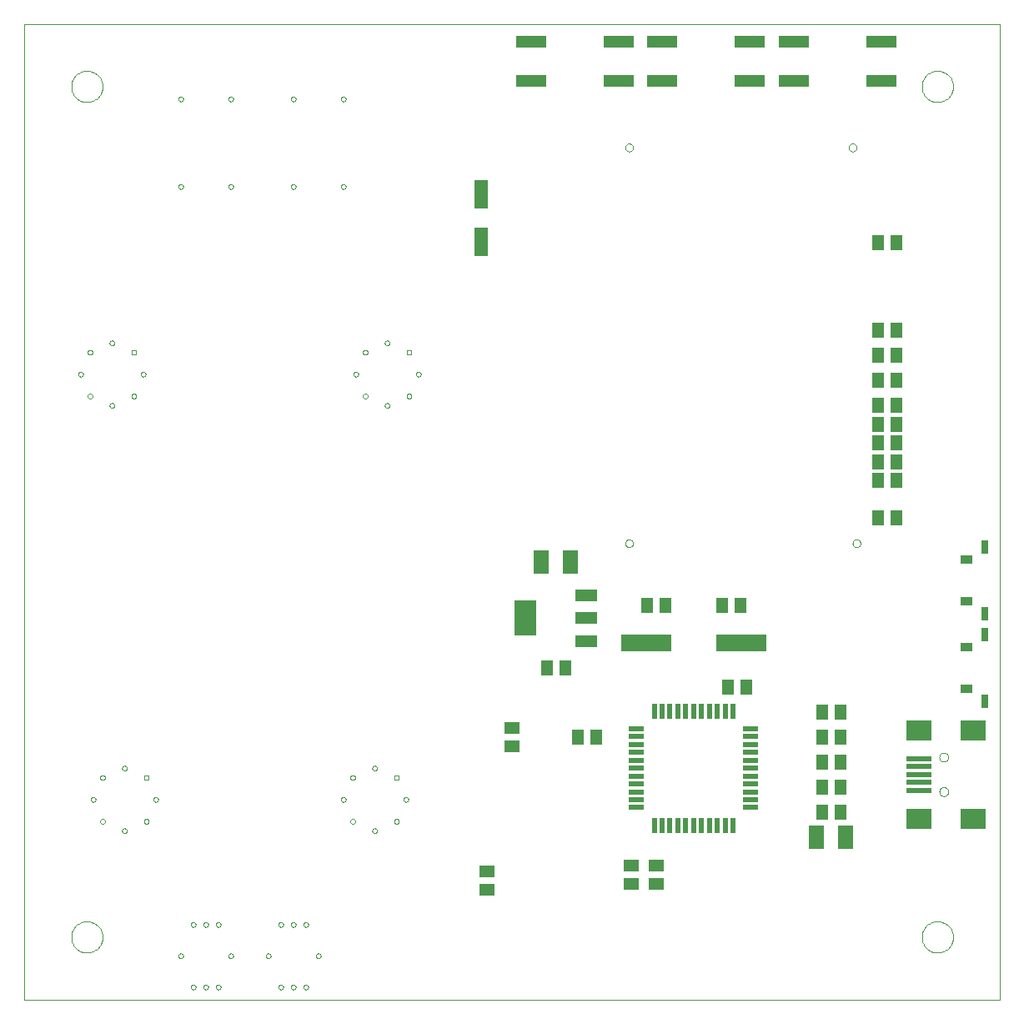
<source format=gtp>
G75*
G70*
%OFA0B0*%
%FSLAX24Y24*%
%IPPOS*%
%LPD*%
%AMOC8*
5,1,8,0,0,1.08239X$1,22.5*
%
%ADD10C,0.0000*%
%ADD11R,0.0591X0.0197*%
%ADD12R,0.0197X0.0591*%
%ADD13R,0.0984X0.0197*%
%ADD14R,0.0984X0.0787*%
%ADD15R,0.0512X0.0591*%
%ADD16R,0.0630X0.0945*%
%ADD17R,0.0591X0.0512*%
%ADD18R,0.2000X0.0700*%
%ADD19R,0.0551X0.1181*%
%ADD20R,0.0880X0.0480*%
%ADD21R,0.0866X0.1417*%
%ADD22R,0.0310X0.0570*%
%ADD23R,0.0500X0.0350*%
%ADD24R,0.1220X0.0472*%
D10*
X000504Y000161D02*
X000504Y039161D01*
X039504Y039161D01*
X039504Y000161D01*
X000504Y000161D01*
X002379Y002661D02*
X002381Y002711D01*
X002387Y002760D01*
X002397Y002809D01*
X002410Y002856D01*
X002428Y002903D01*
X002449Y002948D01*
X002473Y002991D01*
X002501Y003032D01*
X002532Y003071D01*
X002566Y003107D01*
X002603Y003141D01*
X002643Y003171D01*
X002684Y003198D01*
X002728Y003222D01*
X002773Y003242D01*
X002820Y003258D01*
X002868Y003271D01*
X002917Y003280D01*
X002967Y003285D01*
X003016Y003286D01*
X003066Y003283D01*
X003115Y003276D01*
X003164Y003265D01*
X003211Y003251D01*
X003257Y003232D01*
X003302Y003210D01*
X003345Y003185D01*
X003385Y003156D01*
X003423Y003124D01*
X003459Y003090D01*
X003492Y003052D01*
X003521Y003012D01*
X003547Y002970D01*
X003570Y002926D01*
X003589Y002880D01*
X003605Y002833D01*
X003617Y002784D01*
X003625Y002735D01*
X003629Y002686D01*
X003629Y002636D01*
X003625Y002587D01*
X003617Y002538D01*
X003605Y002489D01*
X003589Y002442D01*
X003570Y002396D01*
X003547Y002352D01*
X003521Y002310D01*
X003492Y002270D01*
X003459Y002232D01*
X003423Y002198D01*
X003385Y002166D01*
X003345Y002137D01*
X003302Y002112D01*
X003257Y002090D01*
X003211Y002071D01*
X003164Y002057D01*
X003115Y002046D01*
X003066Y002039D01*
X003016Y002036D01*
X002967Y002037D01*
X002917Y002042D01*
X002868Y002051D01*
X002820Y002064D01*
X002773Y002080D01*
X002728Y002100D01*
X002684Y002124D01*
X002643Y002151D01*
X002603Y002181D01*
X002566Y002215D01*
X002532Y002251D01*
X002501Y002290D01*
X002473Y002331D01*
X002449Y002374D01*
X002428Y002419D01*
X002410Y002466D01*
X002397Y002513D01*
X002387Y002562D01*
X002381Y002611D01*
X002379Y002661D01*
X004406Y006911D02*
X004408Y006930D01*
X004413Y006949D01*
X004423Y006965D01*
X004435Y006980D01*
X004450Y006992D01*
X004466Y007002D01*
X004485Y007007D01*
X004504Y007009D01*
X004523Y007007D01*
X004542Y007002D01*
X004558Y006992D01*
X004573Y006980D01*
X004585Y006965D01*
X004595Y006949D01*
X004600Y006930D01*
X004602Y006911D01*
X004600Y006892D01*
X004595Y006873D01*
X004585Y006857D01*
X004573Y006842D01*
X004558Y006830D01*
X004542Y006820D01*
X004523Y006815D01*
X004504Y006813D01*
X004485Y006815D01*
X004466Y006820D01*
X004450Y006830D01*
X004435Y006842D01*
X004423Y006857D01*
X004413Y006873D01*
X004408Y006892D01*
X004406Y006911D01*
X003531Y007286D02*
X003533Y007305D01*
X003538Y007324D01*
X003548Y007340D01*
X003560Y007355D01*
X003575Y007367D01*
X003591Y007377D01*
X003610Y007382D01*
X003629Y007384D01*
X003648Y007382D01*
X003667Y007377D01*
X003683Y007367D01*
X003698Y007355D01*
X003710Y007340D01*
X003720Y007324D01*
X003725Y007305D01*
X003727Y007286D01*
X003725Y007267D01*
X003720Y007248D01*
X003710Y007232D01*
X003698Y007217D01*
X003683Y007205D01*
X003667Y007195D01*
X003648Y007190D01*
X003629Y007188D01*
X003610Y007190D01*
X003591Y007195D01*
X003575Y007205D01*
X003560Y007217D01*
X003548Y007232D01*
X003538Y007248D01*
X003533Y007267D01*
X003531Y007286D01*
X003156Y008161D02*
X003158Y008180D01*
X003163Y008199D01*
X003173Y008215D01*
X003185Y008230D01*
X003200Y008242D01*
X003216Y008252D01*
X003235Y008257D01*
X003254Y008259D01*
X003273Y008257D01*
X003292Y008252D01*
X003308Y008242D01*
X003323Y008230D01*
X003335Y008215D01*
X003345Y008199D01*
X003350Y008180D01*
X003352Y008161D01*
X003350Y008142D01*
X003345Y008123D01*
X003335Y008107D01*
X003323Y008092D01*
X003308Y008080D01*
X003292Y008070D01*
X003273Y008065D01*
X003254Y008063D01*
X003235Y008065D01*
X003216Y008070D01*
X003200Y008080D01*
X003185Y008092D01*
X003173Y008107D01*
X003163Y008123D01*
X003158Y008142D01*
X003156Y008161D01*
X003531Y009036D02*
X003533Y009055D01*
X003538Y009074D01*
X003548Y009090D01*
X003560Y009105D01*
X003575Y009117D01*
X003591Y009127D01*
X003610Y009132D01*
X003629Y009134D01*
X003648Y009132D01*
X003667Y009127D01*
X003683Y009117D01*
X003698Y009105D01*
X003710Y009090D01*
X003720Y009074D01*
X003725Y009055D01*
X003727Y009036D01*
X003725Y009017D01*
X003720Y008998D01*
X003710Y008982D01*
X003698Y008967D01*
X003683Y008955D01*
X003667Y008945D01*
X003648Y008940D01*
X003629Y008938D01*
X003610Y008940D01*
X003591Y008945D01*
X003575Y008955D01*
X003560Y008967D01*
X003548Y008982D01*
X003538Y008998D01*
X003533Y009017D01*
X003531Y009036D01*
X004406Y009411D02*
X004408Y009430D01*
X004413Y009449D01*
X004423Y009465D01*
X004435Y009480D01*
X004450Y009492D01*
X004466Y009502D01*
X004485Y009507D01*
X004504Y009509D01*
X004523Y009507D01*
X004542Y009502D01*
X004558Y009492D01*
X004573Y009480D01*
X004585Y009465D01*
X004595Y009449D01*
X004600Y009430D01*
X004602Y009411D01*
X004600Y009392D01*
X004595Y009373D01*
X004585Y009357D01*
X004573Y009342D01*
X004558Y009330D01*
X004542Y009320D01*
X004523Y009315D01*
X004504Y009313D01*
X004485Y009315D01*
X004466Y009320D01*
X004450Y009330D01*
X004435Y009342D01*
X004423Y009357D01*
X004413Y009373D01*
X004408Y009392D01*
X004406Y009411D01*
X005281Y009036D02*
X005283Y009055D01*
X005288Y009074D01*
X005298Y009090D01*
X005310Y009105D01*
X005325Y009117D01*
X005341Y009127D01*
X005360Y009132D01*
X005379Y009134D01*
X005398Y009132D01*
X005417Y009127D01*
X005433Y009117D01*
X005448Y009105D01*
X005460Y009090D01*
X005470Y009074D01*
X005475Y009055D01*
X005477Y009036D01*
X005475Y009017D01*
X005470Y008998D01*
X005460Y008982D01*
X005448Y008967D01*
X005433Y008955D01*
X005417Y008945D01*
X005398Y008940D01*
X005379Y008938D01*
X005360Y008940D01*
X005341Y008945D01*
X005325Y008955D01*
X005310Y008967D01*
X005298Y008982D01*
X005288Y008998D01*
X005283Y009017D01*
X005281Y009036D01*
X005656Y008161D02*
X005658Y008180D01*
X005663Y008199D01*
X005673Y008215D01*
X005685Y008230D01*
X005700Y008242D01*
X005716Y008252D01*
X005735Y008257D01*
X005754Y008259D01*
X005773Y008257D01*
X005792Y008252D01*
X005808Y008242D01*
X005823Y008230D01*
X005835Y008215D01*
X005845Y008199D01*
X005850Y008180D01*
X005852Y008161D01*
X005850Y008142D01*
X005845Y008123D01*
X005835Y008107D01*
X005823Y008092D01*
X005808Y008080D01*
X005792Y008070D01*
X005773Y008065D01*
X005754Y008063D01*
X005735Y008065D01*
X005716Y008070D01*
X005700Y008080D01*
X005685Y008092D01*
X005673Y008107D01*
X005663Y008123D01*
X005658Y008142D01*
X005656Y008161D01*
X005281Y007286D02*
X005283Y007305D01*
X005288Y007324D01*
X005298Y007340D01*
X005310Y007355D01*
X005325Y007367D01*
X005341Y007377D01*
X005360Y007382D01*
X005379Y007384D01*
X005398Y007382D01*
X005417Y007377D01*
X005433Y007367D01*
X005448Y007355D01*
X005460Y007340D01*
X005470Y007324D01*
X005475Y007305D01*
X005477Y007286D01*
X005475Y007267D01*
X005470Y007248D01*
X005460Y007232D01*
X005448Y007217D01*
X005433Y007205D01*
X005417Y007195D01*
X005398Y007190D01*
X005379Y007188D01*
X005360Y007190D01*
X005341Y007195D01*
X005325Y007205D01*
X005310Y007217D01*
X005298Y007232D01*
X005288Y007248D01*
X005283Y007267D01*
X005281Y007286D01*
X007156Y003161D02*
X007158Y003180D01*
X007163Y003199D01*
X007173Y003215D01*
X007185Y003230D01*
X007200Y003242D01*
X007216Y003252D01*
X007235Y003257D01*
X007254Y003259D01*
X007273Y003257D01*
X007292Y003252D01*
X007308Y003242D01*
X007323Y003230D01*
X007335Y003215D01*
X007345Y003199D01*
X007350Y003180D01*
X007352Y003161D01*
X007350Y003142D01*
X007345Y003123D01*
X007335Y003107D01*
X007323Y003092D01*
X007308Y003080D01*
X007292Y003070D01*
X007273Y003065D01*
X007254Y003063D01*
X007235Y003065D01*
X007216Y003070D01*
X007200Y003080D01*
X007185Y003092D01*
X007173Y003107D01*
X007163Y003123D01*
X007158Y003142D01*
X007156Y003161D01*
X007656Y003161D02*
X007658Y003180D01*
X007663Y003199D01*
X007673Y003215D01*
X007685Y003230D01*
X007700Y003242D01*
X007716Y003252D01*
X007735Y003257D01*
X007754Y003259D01*
X007773Y003257D01*
X007792Y003252D01*
X007808Y003242D01*
X007823Y003230D01*
X007835Y003215D01*
X007845Y003199D01*
X007850Y003180D01*
X007852Y003161D01*
X007850Y003142D01*
X007845Y003123D01*
X007835Y003107D01*
X007823Y003092D01*
X007808Y003080D01*
X007792Y003070D01*
X007773Y003065D01*
X007754Y003063D01*
X007735Y003065D01*
X007716Y003070D01*
X007700Y003080D01*
X007685Y003092D01*
X007673Y003107D01*
X007663Y003123D01*
X007658Y003142D01*
X007656Y003161D01*
X008156Y003161D02*
X008158Y003180D01*
X008163Y003199D01*
X008173Y003215D01*
X008185Y003230D01*
X008200Y003242D01*
X008216Y003252D01*
X008235Y003257D01*
X008254Y003259D01*
X008273Y003257D01*
X008292Y003252D01*
X008308Y003242D01*
X008323Y003230D01*
X008335Y003215D01*
X008345Y003199D01*
X008350Y003180D01*
X008352Y003161D01*
X008350Y003142D01*
X008345Y003123D01*
X008335Y003107D01*
X008323Y003092D01*
X008308Y003080D01*
X008292Y003070D01*
X008273Y003065D01*
X008254Y003063D01*
X008235Y003065D01*
X008216Y003070D01*
X008200Y003080D01*
X008185Y003092D01*
X008173Y003107D01*
X008163Y003123D01*
X008158Y003142D01*
X008156Y003161D01*
X008656Y001911D02*
X008658Y001930D01*
X008663Y001949D01*
X008673Y001965D01*
X008685Y001980D01*
X008700Y001992D01*
X008716Y002002D01*
X008735Y002007D01*
X008754Y002009D01*
X008773Y002007D01*
X008792Y002002D01*
X008808Y001992D01*
X008823Y001980D01*
X008835Y001965D01*
X008845Y001949D01*
X008850Y001930D01*
X008852Y001911D01*
X008850Y001892D01*
X008845Y001873D01*
X008835Y001857D01*
X008823Y001842D01*
X008808Y001830D01*
X008792Y001820D01*
X008773Y001815D01*
X008754Y001813D01*
X008735Y001815D01*
X008716Y001820D01*
X008700Y001830D01*
X008685Y001842D01*
X008673Y001857D01*
X008663Y001873D01*
X008658Y001892D01*
X008656Y001911D01*
X008156Y000661D02*
X008158Y000680D01*
X008163Y000699D01*
X008173Y000715D01*
X008185Y000730D01*
X008200Y000742D01*
X008216Y000752D01*
X008235Y000757D01*
X008254Y000759D01*
X008273Y000757D01*
X008292Y000752D01*
X008308Y000742D01*
X008323Y000730D01*
X008335Y000715D01*
X008345Y000699D01*
X008350Y000680D01*
X008352Y000661D01*
X008350Y000642D01*
X008345Y000623D01*
X008335Y000607D01*
X008323Y000592D01*
X008308Y000580D01*
X008292Y000570D01*
X008273Y000565D01*
X008254Y000563D01*
X008235Y000565D01*
X008216Y000570D01*
X008200Y000580D01*
X008185Y000592D01*
X008173Y000607D01*
X008163Y000623D01*
X008158Y000642D01*
X008156Y000661D01*
X007656Y000661D02*
X007658Y000680D01*
X007663Y000699D01*
X007673Y000715D01*
X007685Y000730D01*
X007700Y000742D01*
X007716Y000752D01*
X007735Y000757D01*
X007754Y000759D01*
X007773Y000757D01*
X007792Y000752D01*
X007808Y000742D01*
X007823Y000730D01*
X007835Y000715D01*
X007845Y000699D01*
X007850Y000680D01*
X007852Y000661D01*
X007850Y000642D01*
X007845Y000623D01*
X007835Y000607D01*
X007823Y000592D01*
X007808Y000580D01*
X007792Y000570D01*
X007773Y000565D01*
X007754Y000563D01*
X007735Y000565D01*
X007716Y000570D01*
X007700Y000580D01*
X007685Y000592D01*
X007673Y000607D01*
X007663Y000623D01*
X007658Y000642D01*
X007656Y000661D01*
X007156Y000661D02*
X007158Y000680D01*
X007163Y000699D01*
X007173Y000715D01*
X007185Y000730D01*
X007200Y000742D01*
X007216Y000752D01*
X007235Y000757D01*
X007254Y000759D01*
X007273Y000757D01*
X007292Y000752D01*
X007308Y000742D01*
X007323Y000730D01*
X007335Y000715D01*
X007345Y000699D01*
X007350Y000680D01*
X007352Y000661D01*
X007350Y000642D01*
X007345Y000623D01*
X007335Y000607D01*
X007323Y000592D01*
X007308Y000580D01*
X007292Y000570D01*
X007273Y000565D01*
X007254Y000563D01*
X007235Y000565D01*
X007216Y000570D01*
X007200Y000580D01*
X007185Y000592D01*
X007173Y000607D01*
X007163Y000623D01*
X007158Y000642D01*
X007156Y000661D01*
X006656Y001911D02*
X006658Y001930D01*
X006663Y001949D01*
X006673Y001965D01*
X006685Y001980D01*
X006700Y001992D01*
X006716Y002002D01*
X006735Y002007D01*
X006754Y002009D01*
X006773Y002007D01*
X006792Y002002D01*
X006808Y001992D01*
X006823Y001980D01*
X006835Y001965D01*
X006845Y001949D01*
X006850Y001930D01*
X006852Y001911D01*
X006850Y001892D01*
X006845Y001873D01*
X006835Y001857D01*
X006823Y001842D01*
X006808Y001830D01*
X006792Y001820D01*
X006773Y001815D01*
X006754Y001813D01*
X006735Y001815D01*
X006716Y001820D01*
X006700Y001830D01*
X006685Y001842D01*
X006673Y001857D01*
X006663Y001873D01*
X006658Y001892D01*
X006656Y001911D01*
X010156Y001911D02*
X010158Y001930D01*
X010163Y001949D01*
X010173Y001965D01*
X010185Y001980D01*
X010200Y001992D01*
X010216Y002002D01*
X010235Y002007D01*
X010254Y002009D01*
X010273Y002007D01*
X010292Y002002D01*
X010308Y001992D01*
X010323Y001980D01*
X010335Y001965D01*
X010345Y001949D01*
X010350Y001930D01*
X010352Y001911D01*
X010350Y001892D01*
X010345Y001873D01*
X010335Y001857D01*
X010323Y001842D01*
X010308Y001830D01*
X010292Y001820D01*
X010273Y001815D01*
X010254Y001813D01*
X010235Y001815D01*
X010216Y001820D01*
X010200Y001830D01*
X010185Y001842D01*
X010173Y001857D01*
X010163Y001873D01*
X010158Y001892D01*
X010156Y001911D01*
X010656Y000661D02*
X010658Y000680D01*
X010663Y000699D01*
X010673Y000715D01*
X010685Y000730D01*
X010700Y000742D01*
X010716Y000752D01*
X010735Y000757D01*
X010754Y000759D01*
X010773Y000757D01*
X010792Y000752D01*
X010808Y000742D01*
X010823Y000730D01*
X010835Y000715D01*
X010845Y000699D01*
X010850Y000680D01*
X010852Y000661D01*
X010850Y000642D01*
X010845Y000623D01*
X010835Y000607D01*
X010823Y000592D01*
X010808Y000580D01*
X010792Y000570D01*
X010773Y000565D01*
X010754Y000563D01*
X010735Y000565D01*
X010716Y000570D01*
X010700Y000580D01*
X010685Y000592D01*
X010673Y000607D01*
X010663Y000623D01*
X010658Y000642D01*
X010656Y000661D01*
X011156Y000661D02*
X011158Y000680D01*
X011163Y000699D01*
X011173Y000715D01*
X011185Y000730D01*
X011200Y000742D01*
X011216Y000752D01*
X011235Y000757D01*
X011254Y000759D01*
X011273Y000757D01*
X011292Y000752D01*
X011308Y000742D01*
X011323Y000730D01*
X011335Y000715D01*
X011345Y000699D01*
X011350Y000680D01*
X011352Y000661D01*
X011350Y000642D01*
X011345Y000623D01*
X011335Y000607D01*
X011323Y000592D01*
X011308Y000580D01*
X011292Y000570D01*
X011273Y000565D01*
X011254Y000563D01*
X011235Y000565D01*
X011216Y000570D01*
X011200Y000580D01*
X011185Y000592D01*
X011173Y000607D01*
X011163Y000623D01*
X011158Y000642D01*
X011156Y000661D01*
X011656Y000661D02*
X011658Y000680D01*
X011663Y000699D01*
X011673Y000715D01*
X011685Y000730D01*
X011700Y000742D01*
X011716Y000752D01*
X011735Y000757D01*
X011754Y000759D01*
X011773Y000757D01*
X011792Y000752D01*
X011808Y000742D01*
X011823Y000730D01*
X011835Y000715D01*
X011845Y000699D01*
X011850Y000680D01*
X011852Y000661D01*
X011850Y000642D01*
X011845Y000623D01*
X011835Y000607D01*
X011823Y000592D01*
X011808Y000580D01*
X011792Y000570D01*
X011773Y000565D01*
X011754Y000563D01*
X011735Y000565D01*
X011716Y000570D01*
X011700Y000580D01*
X011685Y000592D01*
X011673Y000607D01*
X011663Y000623D01*
X011658Y000642D01*
X011656Y000661D01*
X012156Y001911D02*
X012158Y001930D01*
X012163Y001949D01*
X012173Y001965D01*
X012185Y001980D01*
X012200Y001992D01*
X012216Y002002D01*
X012235Y002007D01*
X012254Y002009D01*
X012273Y002007D01*
X012292Y002002D01*
X012308Y001992D01*
X012323Y001980D01*
X012335Y001965D01*
X012345Y001949D01*
X012350Y001930D01*
X012352Y001911D01*
X012350Y001892D01*
X012345Y001873D01*
X012335Y001857D01*
X012323Y001842D01*
X012308Y001830D01*
X012292Y001820D01*
X012273Y001815D01*
X012254Y001813D01*
X012235Y001815D01*
X012216Y001820D01*
X012200Y001830D01*
X012185Y001842D01*
X012173Y001857D01*
X012163Y001873D01*
X012158Y001892D01*
X012156Y001911D01*
X011656Y003161D02*
X011658Y003180D01*
X011663Y003199D01*
X011673Y003215D01*
X011685Y003230D01*
X011700Y003242D01*
X011716Y003252D01*
X011735Y003257D01*
X011754Y003259D01*
X011773Y003257D01*
X011792Y003252D01*
X011808Y003242D01*
X011823Y003230D01*
X011835Y003215D01*
X011845Y003199D01*
X011850Y003180D01*
X011852Y003161D01*
X011850Y003142D01*
X011845Y003123D01*
X011835Y003107D01*
X011823Y003092D01*
X011808Y003080D01*
X011792Y003070D01*
X011773Y003065D01*
X011754Y003063D01*
X011735Y003065D01*
X011716Y003070D01*
X011700Y003080D01*
X011685Y003092D01*
X011673Y003107D01*
X011663Y003123D01*
X011658Y003142D01*
X011656Y003161D01*
X011156Y003161D02*
X011158Y003180D01*
X011163Y003199D01*
X011173Y003215D01*
X011185Y003230D01*
X011200Y003242D01*
X011216Y003252D01*
X011235Y003257D01*
X011254Y003259D01*
X011273Y003257D01*
X011292Y003252D01*
X011308Y003242D01*
X011323Y003230D01*
X011335Y003215D01*
X011345Y003199D01*
X011350Y003180D01*
X011352Y003161D01*
X011350Y003142D01*
X011345Y003123D01*
X011335Y003107D01*
X011323Y003092D01*
X011308Y003080D01*
X011292Y003070D01*
X011273Y003065D01*
X011254Y003063D01*
X011235Y003065D01*
X011216Y003070D01*
X011200Y003080D01*
X011185Y003092D01*
X011173Y003107D01*
X011163Y003123D01*
X011158Y003142D01*
X011156Y003161D01*
X010656Y003161D02*
X010658Y003180D01*
X010663Y003199D01*
X010673Y003215D01*
X010685Y003230D01*
X010700Y003242D01*
X010716Y003252D01*
X010735Y003257D01*
X010754Y003259D01*
X010773Y003257D01*
X010792Y003252D01*
X010808Y003242D01*
X010823Y003230D01*
X010835Y003215D01*
X010845Y003199D01*
X010850Y003180D01*
X010852Y003161D01*
X010850Y003142D01*
X010845Y003123D01*
X010835Y003107D01*
X010823Y003092D01*
X010808Y003080D01*
X010792Y003070D01*
X010773Y003065D01*
X010754Y003063D01*
X010735Y003065D01*
X010716Y003070D01*
X010700Y003080D01*
X010685Y003092D01*
X010673Y003107D01*
X010663Y003123D01*
X010658Y003142D01*
X010656Y003161D01*
X013531Y007286D02*
X013533Y007305D01*
X013538Y007324D01*
X013548Y007340D01*
X013560Y007355D01*
X013575Y007367D01*
X013591Y007377D01*
X013610Y007382D01*
X013629Y007384D01*
X013648Y007382D01*
X013667Y007377D01*
X013683Y007367D01*
X013698Y007355D01*
X013710Y007340D01*
X013720Y007324D01*
X013725Y007305D01*
X013727Y007286D01*
X013725Y007267D01*
X013720Y007248D01*
X013710Y007232D01*
X013698Y007217D01*
X013683Y007205D01*
X013667Y007195D01*
X013648Y007190D01*
X013629Y007188D01*
X013610Y007190D01*
X013591Y007195D01*
X013575Y007205D01*
X013560Y007217D01*
X013548Y007232D01*
X013538Y007248D01*
X013533Y007267D01*
X013531Y007286D01*
X013156Y008161D02*
X013158Y008180D01*
X013163Y008199D01*
X013173Y008215D01*
X013185Y008230D01*
X013200Y008242D01*
X013216Y008252D01*
X013235Y008257D01*
X013254Y008259D01*
X013273Y008257D01*
X013292Y008252D01*
X013308Y008242D01*
X013323Y008230D01*
X013335Y008215D01*
X013345Y008199D01*
X013350Y008180D01*
X013352Y008161D01*
X013350Y008142D01*
X013345Y008123D01*
X013335Y008107D01*
X013323Y008092D01*
X013308Y008080D01*
X013292Y008070D01*
X013273Y008065D01*
X013254Y008063D01*
X013235Y008065D01*
X013216Y008070D01*
X013200Y008080D01*
X013185Y008092D01*
X013173Y008107D01*
X013163Y008123D01*
X013158Y008142D01*
X013156Y008161D01*
X013531Y009036D02*
X013533Y009055D01*
X013538Y009074D01*
X013548Y009090D01*
X013560Y009105D01*
X013575Y009117D01*
X013591Y009127D01*
X013610Y009132D01*
X013629Y009134D01*
X013648Y009132D01*
X013667Y009127D01*
X013683Y009117D01*
X013698Y009105D01*
X013710Y009090D01*
X013720Y009074D01*
X013725Y009055D01*
X013727Y009036D01*
X013725Y009017D01*
X013720Y008998D01*
X013710Y008982D01*
X013698Y008967D01*
X013683Y008955D01*
X013667Y008945D01*
X013648Y008940D01*
X013629Y008938D01*
X013610Y008940D01*
X013591Y008945D01*
X013575Y008955D01*
X013560Y008967D01*
X013548Y008982D01*
X013538Y008998D01*
X013533Y009017D01*
X013531Y009036D01*
X014406Y009411D02*
X014408Y009430D01*
X014413Y009449D01*
X014423Y009465D01*
X014435Y009480D01*
X014450Y009492D01*
X014466Y009502D01*
X014485Y009507D01*
X014504Y009509D01*
X014523Y009507D01*
X014542Y009502D01*
X014558Y009492D01*
X014573Y009480D01*
X014585Y009465D01*
X014595Y009449D01*
X014600Y009430D01*
X014602Y009411D01*
X014600Y009392D01*
X014595Y009373D01*
X014585Y009357D01*
X014573Y009342D01*
X014558Y009330D01*
X014542Y009320D01*
X014523Y009315D01*
X014504Y009313D01*
X014485Y009315D01*
X014466Y009320D01*
X014450Y009330D01*
X014435Y009342D01*
X014423Y009357D01*
X014413Y009373D01*
X014408Y009392D01*
X014406Y009411D01*
X015281Y009036D02*
X015283Y009055D01*
X015288Y009074D01*
X015298Y009090D01*
X015310Y009105D01*
X015325Y009117D01*
X015341Y009127D01*
X015360Y009132D01*
X015379Y009134D01*
X015398Y009132D01*
X015417Y009127D01*
X015433Y009117D01*
X015448Y009105D01*
X015460Y009090D01*
X015470Y009074D01*
X015475Y009055D01*
X015477Y009036D01*
X015475Y009017D01*
X015470Y008998D01*
X015460Y008982D01*
X015448Y008967D01*
X015433Y008955D01*
X015417Y008945D01*
X015398Y008940D01*
X015379Y008938D01*
X015360Y008940D01*
X015341Y008945D01*
X015325Y008955D01*
X015310Y008967D01*
X015298Y008982D01*
X015288Y008998D01*
X015283Y009017D01*
X015281Y009036D01*
X015656Y008161D02*
X015658Y008180D01*
X015663Y008199D01*
X015673Y008215D01*
X015685Y008230D01*
X015700Y008242D01*
X015716Y008252D01*
X015735Y008257D01*
X015754Y008259D01*
X015773Y008257D01*
X015792Y008252D01*
X015808Y008242D01*
X015823Y008230D01*
X015835Y008215D01*
X015845Y008199D01*
X015850Y008180D01*
X015852Y008161D01*
X015850Y008142D01*
X015845Y008123D01*
X015835Y008107D01*
X015823Y008092D01*
X015808Y008080D01*
X015792Y008070D01*
X015773Y008065D01*
X015754Y008063D01*
X015735Y008065D01*
X015716Y008070D01*
X015700Y008080D01*
X015685Y008092D01*
X015673Y008107D01*
X015663Y008123D01*
X015658Y008142D01*
X015656Y008161D01*
X015281Y007286D02*
X015283Y007305D01*
X015288Y007324D01*
X015298Y007340D01*
X015310Y007355D01*
X015325Y007367D01*
X015341Y007377D01*
X015360Y007382D01*
X015379Y007384D01*
X015398Y007382D01*
X015417Y007377D01*
X015433Y007367D01*
X015448Y007355D01*
X015460Y007340D01*
X015470Y007324D01*
X015475Y007305D01*
X015477Y007286D01*
X015475Y007267D01*
X015470Y007248D01*
X015460Y007232D01*
X015448Y007217D01*
X015433Y007205D01*
X015417Y007195D01*
X015398Y007190D01*
X015379Y007188D01*
X015360Y007190D01*
X015341Y007195D01*
X015325Y007205D01*
X015310Y007217D01*
X015298Y007232D01*
X015288Y007248D01*
X015283Y007267D01*
X015281Y007286D01*
X014406Y006911D02*
X014408Y006930D01*
X014413Y006949D01*
X014423Y006965D01*
X014435Y006980D01*
X014450Y006992D01*
X014466Y007002D01*
X014485Y007007D01*
X014504Y007009D01*
X014523Y007007D01*
X014542Y007002D01*
X014558Y006992D01*
X014573Y006980D01*
X014585Y006965D01*
X014595Y006949D01*
X014600Y006930D01*
X014602Y006911D01*
X014600Y006892D01*
X014595Y006873D01*
X014585Y006857D01*
X014573Y006842D01*
X014558Y006830D01*
X014542Y006820D01*
X014523Y006815D01*
X014504Y006813D01*
X014485Y006815D01*
X014466Y006820D01*
X014450Y006830D01*
X014435Y006842D01*
X014423Y006857D01*
X014413Y006873D01*
X014408Y006892D01*
X014406Y006911D01*
X024516Y018397D02*
X024518Y018422D01*
X024524Y018446D01*
X024533Y018468D01*
X024546Y018489D01*
X024562Y018508D01*
X024581Y018524D01*
X024602Y018537D01*
X024624Y018546D01*
X024648Y018552D01*
X024673Y018554D01*
X024698Y018552D01*
X024722Y018546D01*
X024744Y018537D01*
X024765Y018524D01*
X024784Y018508D01*
X024800Y018489D01*
X024813Y018468D01*
X024822Y018446D01*
X024828Y018422D01*
X024830Y018397D01*
X024828Y018372D01*
X024822Y018348D01*
X024813Y018326D01*
X024800Y018305D01*
X024784Y018286D01*
X024765Y018270D01*
X024744Y018257D01*
X024722Y018248D01*
X024698Y018242D01*
X024673Y018240D01*
X024648Y018242D01*
X024624Y018248D01*
X024602Y018257D01*
X024581Y018270D01*
X024562Y018286D01*
X024546Y018305D01*
X024533Y018326D01*
X024524Y018348D01*
X024518Y018372D01*
X024516Y018397D01*
X016156Y025161D02*
X016158Y025180D01*
X016163Y025199D01*
X016173Y025215D01*
X016185Y025230D01*
X016200Y025242D01*
X016216Y025252D01*
X016235Y025257D01*
X016254Y025259D01*
X016273Y025257D01*
X016292Y025252D01*
X016308Y025242D01*
X016323Y025230D01*
X016335Y025215D01*
X016345Y025199D01*
X016350Y025180D01*
X016352Y025161D01*
X016350Y025142D01*
X016345Y025123D01*
X016335Y025107D01*
X016323Y025092D01*
X016308Y025080D01*
X016292Y025070D01*
X016273Y025065D01*
X016254Y025063D01*
X016235Y025065D01*
X016216Y025070D01*
X016200Y025080D01*
X016185Y025092D01*
X016173Y025107D01*
X016163Y025123D01*
X016158Y025142D01*
X016156Y025161D01*
X015781Y024286D02*
X015783Y024305D01*
X015788Y024324D01*
X015798Y024340D01*
X015810Y024355D01*
X015825Y024367D01*
X015841Y024377D01*
X015860Y024382D01*
X015879Y024384D01*
X015898Y024382D01*
X015917Y024377D01*
X015933Y024367D01*
X015948Y024355D01*
X015960Y024340D01*
X015970Y024324D01*
X015975Y024305D01*
X015977Y024286D01*
X015975Y024267D01*
X015970Y024248D01*
X015960Y024232D01*
X015948Y024217D01*
X015933Y024205D01*
X015917Y024195D01*
X015898Y024190D01*
X015879Y024188D01*
X015860Y024190D01*
X015841Y024195D01*
X015825Y024205D01*
X015810Y024217D01*
X015798Y024232D01*
X015788Y024248D01*
X015783Y024267D01*
X015781Y024286D01*
X014906Y023911D02*
X014908Y023930D01*
X014913Y023949D01*
X014923Y023965D01*
X014935Y023980D01*
X014950Y023992D01*
X014966Y024002D01*
X014985Y024007D01*
X015004Y024009D01*
X015023Y024007D01*
X015042Y024002D01*
X015058Y023992D01*
X015073Y023980D01*
X015085Y023965D01*
X015095Y023949D01*
X015100Y023930D01*
X015102Y023911D01*
X015100Y023892D01*
X015095Y023873D01*
X015085Y023857D01*
X015073Y023842D01*
X015058Y023830D01*
X015042Y023820D01*
X015023Y023815D01*
X015004Y023813D01*
X014985Y023815D01*
X014966Y023820D01*
X014950Y023830D01*
X014935Y023842D01*
X014923Y023857D01*
X014913Y023873D01*
X014908Y023892D01*
X014906Y023911D01*
X014031Y024286D02*
X014033Y024305D01*
X014038Y024324D01*
X014048Y024340D01*
X014060Y024355D01*
X014075Y024367D01*
X014091Y024377D01*
X014110Y024382D01*
X014129Y024384D01*
X014148Y024382D01*
X014167Y024377D01*
X014183Y024367D01*
X014198Y024355D01*
X014210Y024340D01*
X014220Y024324D01*
X014225Y024305D01*
X014227Y024286D01*
X014225Y024267D01*
X014220Y024248D01*
X014210Y024232D01*
X014198Y024217D01*
X014183Y024205D01*
X014167Y024195D01*
X014148Y024190D01*
X014129Y024188D01*
X014110Y024190D01*
X014091Y024195D01*
X014075Y024205D01*
X014060Y024217D01*
X014048Y024232D01*
X014038Y024248D01*
X014033Y024267D01*
X014031Y024286D01*
X013656Y025161D02*
X013658Y025180D01*
X013663Y025199D01*
X013673Y025215D01*
X013685Y025230D01*
X013700Y025242D01*
X013716Y025252D01*
X013735Y025257D01*
X013754Y025259D01*
X013773Y025257D01*
X013792Y025252D01*
X013808Y025242D01*
X013823Y025230D01*
X013835Y025215D01*
X013845Y025199D01*
X013850Y025180D01*
X013852Y025161D01*
X013850Y025142D01*
X013845Y025123D01*
X013835Y025107D01*
X013823Y025092D01*
X013808Y025080D01*
X013792Y025070D01*
X013773Y025065D01*
X013754Y025063D01*
X013735Y025065D01*
X013716Y025070D01*
X013700Y025080D01*
X013685Y025092D01*
X013673Y025107D01*
X013663Y025123D01*
X013658Y025142D01*
X013656Y025161D01*
X014031Y026036D02*
X014033Y026055D01*
X014038Y026074D01*
X014048Y026090D01*
X014060Y026105D01*
X014075Y026117D01*
X014091Y026127D01*
X014110Y026132D01*
X014129Y026134D01*
X014148Y026132D01*
X014167Y026127D01*
X014183Y026117D01*
X014198Y026105D01*
X014210Y026090D01*
X014220Y026074D01*
X014225Y026055D01*
X014227Y026036D01*
X014225Y026017D01*
X014220Y025998D01*
X014210Y025982D01*
X014198Y025967D01*
X014183Y025955D01*
X014167Y025945D01*
X014148Y025940D01*
X014129Y025938D01*
X014110Y025940D01*
X014091Y025945D01*
X014075Y025955D01*
X014060Y025967D01*
X014048Y025982D01*
X014038Y025998D01*
X014033Y026017D01*
X014031Y026036D01*
X014906Y026411D02*
X014908Y026430D01*
X014913Y026449D01*
X014923Y026465D01*
X014935Y026480D01*
X014950Y026492D01*
X014966Y026502D01*
X014985Y026507D01*
X015004Y026509D01*
X015023Y026507D01*
X015042Y026502D01*
X015058Y026492D01*
X015073Y026480D01*
X015085Y026465D01*
X015095Y026449D01*
X015100Y026430D01*
X015102Y026411D01*
X015100Y026392D01*
X015095Y026373D01*
X015085Y026357D01*
X015073Y026342D01*
X015058Y026330D01*
X015042Y026320D01*
X015023Y026315D01*
X015004Y026313D01*
X014985Y026315D01*
X014966Y026320D01*
X014950Y026330D01*
X014935Y026342D01*
X014923Y026357D01*
X014913Y026373D01*
X014908Y026392D01*
X014906Y026411D01*
X015781Y026036D02*
X015783Y026055D01*
X015788Y026074D01*
X015798Y026090D01*
X015810Y026105D01*
X015825Y026117D01*
X015841Y026127D01*
X015860Y026132D01*
X015879Y026134D01*
X015898Y026132D01*
X015917Y026127D01*
X015933Y026117D01*
X015948Y026105D01*
X015960Y026090D01*
X015970Y026074D01*
X015975Y026055D01*
X015977Y026036D01*
X015975Y026017D01*
X015970Y025998D01*
X015960Y025982D01*
X015948Y025967D01*
X015933Y025955D01*
X015917Y025945D01*
X015898Y025940D01*
X015879Y025938D01*
X015860Y025940D01*
X015841Y025945D01*
X015825Y025955D01*
X015810Y025967D01*
X015798Y025982D01*
X015788Y025998D01*
X015783Y026017D01*
X015781Y026036D01*
X013156Y032661D02*
X013158Y032680D01*
X013163Y032699D01*
X013173Y032715D01*
X013185Y032730D01*
X013200Y032742D01*
X013216Y032752D01*
X013235Y032757D01*
X013254Y032759D01*
X013273Y032757D01*
X013292Y032752D01*
X013308Y032742D01*
X013323Y032730D01*
X013335Y032715D01*
X013345Y032699D01*
X013350Y032680D01*
X013352Y032661D01*
X013350Y032642D01*
X013345Y032623D01*
X013335Y032607D01*
X013323Y032592D01*
X013308Y032580D01*
X013292Y032570D01*
X013273Y032565D01*
X013254Y032563D01*
X013235Y032565D01*
X013216Y032570D01*
X013200Y032580D01*
X013185Y032592D01*
X013173Y032607D01*
X013163Y032623D01*
X013158Y032642D01*
X013156Y032661D01*
X011156Y032661D02*
X011158Y032680D01*
X011163Y032699D01*
X011173Y032715D01*
X011185Y032730D01*
X011200Y032742D01*
X011216Y032752D01*
X011235Y032757D01*
X011254Y032759D01*
X011273Y032757D01*
X011292Y032752D01*
X011308Y032742D01*
X011323Y032730D01*
X011335Y032715D01*
X011345Y032699D01*
X011350Y032680D01*
X011352Y032661D01*
X011350Y032642D01*
X011345Y032623D01*
X011335Y032607D01*
X011323Y032592D01*
X011308Y032580D01*
X011292Y032570D01*
X011273Y032565D01*
X011254Y032563D01*
X011235Y032565D01*
X011216Y032570D01*
X011200Y032580D01*
X011185Y032592D01*
X011173Y032607D01*
X011163Y032623D01*
X011158Y032642D01*
X011156Y032661D01*
X008656Y032661D02*
X008658Y032680D01*
X008663Y032699D01*
X008673Y032715D01*
X008685Y032730D01*
X008700Y032742D01*
X008716Y032752D01*
X008735Y032757D01*
X008754Y032759D01*
X008773Y032757D01*
X008792Y032752D01*
X008808Y032742D01*
X008823Y032730D01*
X008835Y032715D01*
X008845Y032699D01*
X008850Y032680D01*
X008852Y032661D01*
X008850Y032642D01*
X008845Y032623D01*
X008835Y032607D01*
X008823Y032592D01*
X008808Y032580D01*
X008792Y032570D01*
X008773Y032565D01*
X008754Y032563D01*
X008735Y032565D01*
X008716Y032570D01*
X008700Y032580D01*
X008685Y032592D01*
X008673Y032607D01*
X008663Y032623D01*
X008658Y032642D01*
X008656Y032661D01*
X006656Y032661D02*
X006658Y032680D01*
X006663Y032699D01*
X006673Y032715D01*
X006685Y032730D01*
X006700Y032742D01*
X006716Y032752D01*
X006735Y032757D01*
X006754Y032759D01*
X006773Y032757D01*
X006792Y032752D01*
X006808Y032742D01*
X006823Y032730D01*
X006835Y032715D01*
X006845Y032699D01*
X006850Y032680D01*
X006852Y032661D01*
X006850Y032642D01*
X006845Y032623D01*
X006835Y032607D01*
X006823Y032592D01*
X006808Y032580D01*
X006792Y032570D01*
X006773Y032565D01*
X006754Y032563D01*
X006735Y032565D01*
X006716Y032570D01*
X006700Y032580D01*
X006685Y032592D01*
X006673Y032607D01*
X006663Y032623D01*
X006658Y032642D01*
X006656Y032661D01*
X006656Y036161D02*
X006658Y036180D01*
X006663Y036199D01*
X006673Y036215D01*
X006685Y036230D01*
X006700Y036242D01*
X006716Y036252D01*
X006735Y036257D01*
X006754Y036259D01*
X006773Y036257D01*
X006792Y036252D01*
X006808Y036242D01*
X006823Y036230D01*
X006835Y036215D01*
X006845Y036199D01*
X006850Y036180D01*
X006852Y036161D01*
X006850Y036142D01*
X006845Y036123D01*
X006835Y036107D01*
X006823Y036092D01*
X006808Y036080D01*
X006792Y036070D01*
X006773Y036065D01*
X006754Y036063D01*
X006735Y036065D01*
X006716Y036070D01*
X006700Y036080D01*
X006685Y036092D01*
X006673Y036107D01*
X006663Y036123D01*
X006658Y036142D01*
X006656Y036161D01*
X008656Y036161D02*
X008658Y036180D01*
X008663Y036199D01*
X008673Y036215D01*
X008685Y036230D01*
X008700Y036242D01*
X008716Y036252D01*
X008735Y036257D01*
X008754Y036259D01*
X008773Y036257D01*
X008792Y036252D01*
X008808Y036242D01*
X008823Y036230D01*
X008835Y036215D01*
X008845Y036199D01*
X008850Y036180D01*
X008852Y036161D01*
X008850Y036142D01*
X008845Y036123D01*
X008835Y036107D01*
X008823Y036092D01*
X008808Y036080D01*
X008792Y036070D01*
X008773Y036065D01*
X008754Y036063D01*
X008735Y036065D01*
X008716Y036070D01*
X008700Y036080D01*
X008685Y036092D01*
X008673Y036107D01*
X008663Y036123D01*
X008658Y036142D01*
X008656Y036161D01*
X011156Y036161D02*
X011158Y036180D01*
X011163Y036199D01*
X011173Y036215D01*
X011185Y036230D01*
X011200Y036242D01*
X011216Y036252D01*
X011235Y036257D01*
X011254Y036259D01*
X011273Y036257D01*
X011292Y036252D01*
X011308Y036242D01*
X011323Y036230D01*
X011335Y036215D01*
X011345Y036199D01*
X011350Y036180D01*
X011352Y036161D01*
X011350Y036142D01*
X011345Y036123D01*
X011335Y036107D01*
X011323Y036092D01*
X011308Y036080D01*
X011292Y036070D01*
X011273Y036065D01*
X011254Y036063D01*
X011235Y036065D01*
X011216Y036070D01*
X011200Y036080D01*
X011185Y036092D01*
X011173Y036107D01*
X011163Y036123D01*
X011158Y036142D01*
X011156Y036161D01*
X013156Y036161D02*
X013158Y036180D01*
X013163Y036199D01*
X013173Y036215D01*
X013185Y036230D01*
X013200Y036242D01*
X013216Y036252D01*
X013235Y036257D01*
X013254Y036259D01*
X013273Y036257D01*
X013292Y036252D01*
X013308Y036242D01*
X013323Y036230D01*
X013335Y036215D01*
X013345Y036199D01*
X013350Y036180D01*
X013352Y036161D01*
X013350Y036142D01*
X013345Y036123D01*
X013335Y036107D01*
X013323Y036092D01*
X013308Y036080D01*
X013292Y036070D01*
X013273Y036065D01*
X013254Y036063D01*
X013235Y036065D01*
X013216Y036070D01*
X013200Y036080D01*
X013185Y036092D01*
X013173Y036107D01*
X013163Y036123D01*
X013158Y036142D01*
X013156Y036161D01*
X003906Y026411D02*
X003908Y026430D01*
X003913Y026449D01*
X003923Y026465D01*
X003935Y026480D01*
X003950Y026492D01*
X003966Y026502D01*
X003985Y026507D01*
X004004Y026509D01*
X004023Y026507D01*
X004042Y026502D01*
X004058Y026492D01*
X004073Y026480D01*
X004085Y026465D01*
X004095Y026449D01*
X004100Y026430D01*
X004102Y026411D01*
X004100Y026392D01*
X004095Y026373D01*
X004085Y026357D01*
X004073Y026342D01*
X004058Y026330D01*
X004042Y026320D01*
X004023Y026315D01*
X004004Y026313D01*
X003985Y026315D01*
X003966Y026320D01*
X003950Y026330D01*
X003935Y026342D01*
X003923Y026357D01*
X003913Y026373D01*
X003908Y026392D01*
X003906Y026411D01*
X003031Y026036D02*
X003033Y026055D01*
X003038Y026074D01*
X003048Y026090D01*
X003060Y026105D01*
X003075Y026117D01*
X003091Y026127D01*
X003110Y026132D01*
X003129Y026134D01*
X003148Y026132D01*
X003167Y026127D01*
X003183Y026117D01*
X003198Y026105D01*
X003210Y026090D01*
X003220Y026074D01*
X003225Y026055D01*
X003227Y026036D01*
X003225Y026017D01*
X003220Y025998D01*
X003210Y025982D01*
X003198Y025967D01*
X003183Y025955D01*
X003167Y025945D01*
X003148Y025940D01*
X003129Y025938D01*
X003110Y025940D01*
X003091Y025945D01*
X003075Y025955D01*
X003060Y025967D01*
X003048Y025982D01*
X003038Y025998D01*
X003033Y026017D01*
X003031Y026036D01*
X002656Y025161D02*
X002658Y025180D01*
X002663Y025199D01*
X002673Y025215D01*
X002685Y025230D01*
X002700Y025242D01*
X002716Y025252D01*
X002735Y025257D01*
X002754Y025259D01*
X002773Y025257D01*
X002792Y025252D01*
X002808Y025242D01*
X002823Y025230D01*
X002835Y025215D01*
X002845Y025199D01*
X002850Y025180D01*
X002852Y025161D01*
X002850Y025142D01*
X002845Y025123D01*
X002835Y025107D01*
X002823Y025092D01*
X002808Y025080D01*
X002792Y025070D01*
X002773Y025065D01*
X002754Y025063D01*
X002735Y025065D01*
X002716Y025070D01*
X002700Y025080D01*
X002685Y025092D01*
X002673Y025107D01*
X002663Y025123D01*
X002658Y025142D01*
X002656Y025161D01*
X003031Y024286D02*
X003033Y024305D01*
X003038Y024324D01*
X003048Y024340D01*
X003060Y024355D01*
X003075Y024367D01*
X003091Y024377D01*
X003110Y024382D01*
X003129Y024384D01*
X003148Y024382D01*
X003167Y024377D01*
X003183Y024367D01*
X003198Y024355D01*
X003210Y024340D01*
X003220Y024324D01*
X003225Y024305D01*
X003227Y024286D01*
X003225Y024267D01*
X003220Y024248D01*
X003210Y024232D01*
X003198Y024217D01*
X003183Y024205D01*
X003167Y024195D01*
X003148Y024190D01*
X003129Y024188D01*
X003110Y024190D01*
X003091Y024195D01*
X003075Y024205D01*
X003060Y024217D01*
X003048Y024232D01*
X003038Y024248D01*
X003033Y024267D01*
X003031Y024286D01*
X003906Y023911D02*
X003908Y023930D01*
X003913Y023949D01*
X003923Y023965D01*
X003935Y023980D01*
X003950Y023992D01*
X003966Y024002D01*
X003985Y024007D01*
X004004Y024009D01*
X004023Y024007D01*
X004042Y024002D01*
X004058Y023992D01*
X004073Y023980D01*
X004085Y023965D01*
X004095Y023949D01*
X004100Y023930D01*
X004102Y023911D01*
X004100Y023892D01*
X004095Y023873D01*
X004085Y023857D01*
X004073Y023842D01*
X004058Y023830D01*
X004042Y023820D01*
X004023Y023815D01*
X004004Y023813D01*
X003985Y023815D01*
X003966Y023820D01*
X003950Y023830D01*
X003935Y023842D01*
X003923Y023857D01*
X003913Y023873D01*
X003908Y023892D01*
X003906Y023911D01*
X004781Y024286D02*
X004783Y024305D01*
X004788Y024324D01*
X004798Y024340D01*
X004810Y024355D01*
X004825Y024367D01*
X004841Y024377D01*
X004860Y024382D01*
X004879Y024384D01*
X004898Y024382D01*
X004917Y024377D01*
X004933Y024367D01*
X004948Y024355D01*
X004960Y024340D01*
X004970Y024324D01*
X004975Y024305D01*
X004977Y024286D01*
X004975Y024267D01*
X004970Y024248D01*
X004960Y024232D01*
X004948Y024217D01*
X004933Y024205D01*
X004917Y024195D01*
X004898Y024190D01*
X004879Y024188D01*
X004860Y024190D01*
X004841Y024195D01*
X004825Y024205D01*
X004810Y024217D01*
X004798Y024232D01*
X004788Y024248D01*
X004783Y024267D01*
X004781Y024286D01*
X005156Y025161D02*
X005158Y025180D01*
X005163Y025199D01*
X005173Y025215D01*
X005185Y025230D01*
X005200Y025242D01*
X005216Y025252D01*
X005235Y025257D01*
X005254Y025259D01*
X005273Y025257D01*
X005292Y025252D01*
X005308Y025242D01*
X005323Y025230D01*
X005335Y025215D01*
X005345Y025199D01*
X005350Y025180D01*
X005352Y025161D01*
X005350Y025142D01*
X005345Y025123D01*
X005335Y025107D01*
X005323Y025092D01*
X005308Y025080D01*
X005292Y025070D01*
X005273Y025065D01*
X005254Y025063D01*
X005235Y025065D01*
X005216Y025070D01*
X005200Y025080D01*
X005185Y025092D01*
X005173Y025107D01*
X005163Y025123D01*
X005158Y025142D01*
X005156Y025161D01*
X004781Y026036D02*
X004783Y026055D01*
X004788Y026074D01*
X004798Y026090D01*
X004810Y026105D01*
X004825Y026117D01*
X004841Y026127D01*
X004860Y026132D01*
X004879Y026134D01*
X004898Y026132D01*
X004917Y026127D01*
X004933Y026117D01*
X004948Y026105D01*
X004960Y026090D01*
X004970Y026074D01*
X004975Y026055D01*
X004977Y026036D01*
X004975Y026017D01*
X004970Y025998D01*
X004960Y025982D01*
X004948Y025967D01*
X004933Y025955D01*
X004917Y025945D01*
X004898Y025940D01*
X004879Y025938D01*
X004860Y025940D01*
X004841Y025945D01*
X004825Y025955D01*
X004810Y025967D01*
X004798Y025982D01*
X004788Y025998D01*
X004783Y026017D01*
X004781Y026036D01*
X002379Y036661D02*
X002381Y036711D01*
X002387Y036760D01*
X002397Y036809D01*
X002410Y036856D01*
X002428Y036903D01*
X002449Y036948D01*
X002473Y036991D01*
X002501Y037032D01*
X002532Y037071D01*
X002566Y037107D01*
X002603Y037141D01*
X002643Y037171D01*
X002684Y037198D01*
X002728Y037222D01*
X002773Y037242D01*
X002820Y037258D01*
X002868Y037271D01*
X002917Y037280D01*
X002967Y037285D01*
X003016Y037286D01*
X003066Y037283D01*
X003115Y037276D01*
X003164Y037265D01*
X003211Y037251D01*
X003257Y037232D01*
X003302Y037210D01*
X003345Y037185D01*
X003385Y037156D01*
X003423Y037124D01*
X003459Y037090D01*
X003492Y037052D01*
X003521Y037012D01*
X003547Y036970D01*
X003570Y036926D01*
X003589Y036880D01*
X003605Y036833D01*
X003617Y036784D01*
X003625Y036735D01*
X003629Y036686D01*
X003629Y036636D01*
X003625Y036587D01*
X003617Y036538D01*
X003605Y036489D01*
X003589Y036442D01*
X003570Y036396D01*
X003547Y036352D01*
X003521Y036310D01*
X003492Y036270D01*
X003459Y036232D01*
X003423Y036198D01*
X003385Y036166D01*
X003345Y036137D01*
X003302Y036112D01*
X003257Y036090D01*
X003211Y036071D01*
X003164Y036057D01*
X003115Y036046D01*
X003066Y036039D01*
X003016Y036036D01*
X002967Y036037D01*
X002917Y036042D01*
X002868Y036051D01*
X002820Y036064D01*
X002773Y036080D01*
X002728Y036100D01*
X002684Y036124D01*
X002643Y036151D01*
X002603Y036181D01*
X002566Y036215D01*
X002532Y036251D01*
X002501Y036290D01*
X002473Y036331D01*
X002449Y036374D01*
X002428Y036419D01*
X002410Y036466D01*
X002397Y036513D01*
X002387Y036562D01*
X002381Y036611D01*
X002379Y036661D01*
X024516Y034224D02*
X024518Y034249D01*
X024524Y034273D01*
X024533Y034295D01*
X024546Y034316D01*
X024562Y034335D01*
X024581Y034351D01*
X024602Y034364D01*
X024624Y034373D01*
X024648Y034379D01*
X024673Y034381D01*
X024698Y034379D01*
X024722Y034373D01*
X024744Y034364D01*
X024765Y034351D01*
X024784Y034335D01*
X024800Y034316D01*
X024813Y034295D01*
X024822Y034273D01*
X024828Y034249D01*
X024830Y034224D01*
X024828Y034199D01*
X024822Y034175D01*
X024813Y034153D01*
X024800Y034132D01*
X024784Y034113D01*
X024765Y034097D01*
X024744Y034084D01*
X024722Y034075D01*
X024698Y034069D01*
X024673Y034067D01*
X024648Y034069D01*
X024624Y034075D01*
X024602Y034084D01*
X024581Y034097D01*
X024562Y034113D01*
X024546Y034132D01*
X024533Y034153D01*
X024524Y034175D01*
X024518Y034199D01*
X024516Y034224D01*
X033453Y034224D02*
X033455Y034249D01*
X033461Y034273D01*
X033470Y034295D01*
X033483Y034316D01*
X033499Y034335D01*
X033518Y034351D01*
X033539Y034364D01*
X033561Y034373D01*
X033585Y034379D01*
X033610Y034381D01*
X033635Y034379D01*
X033659Y034373D01*
X033681Y034364D01*
X033702Y034351D01*
X033721Y034335D01*
X033737Y034316D01*
X033750Y034295D01*
X033759Y034273D01*
X033765Y034249D01*
X033767Y034224D01*
X033765Y034199D01*
X033759Y034175D01*
X033750Y034153D01*
X033737Y034132D01*
X033721Y034113D01*
X033702Y034097D01*
X033681Y034084D01*
X033659Y034075D01*
X033635Y034069D01*
X033610Y034067D01*
X033585Y034069D01*
X033561Y034075D01*
X033539Y034084D01*
X033518Y034097D01*
X033499Y034113D01*
X033483Y034132D01*
X033470Y034153D01*
X033461Y034175D01*
X033455Y034199D01*
X033453Y034224D01*
X036379Y036661D02*
X036381Y036711D01*
X036387Y036760D01*
X036397Y036809D01*
X036410Y036856D01*
X036428Y036903D01*
X036449Y036948D01*
X036473Y036991D01*
X036501Y037032D01*
X036532Y037071D01*
X036566Y037107D01*
X036603Y037141D01*
X036643Y037171D01*
X036684Y037198D01*
X036728Y037222D01*
X036773Y037242D01*
X036820Y037258D01*
X036868Y037271D01*
X036917Y037280D01*
X036967Y037285D01*
X037016Y037286D01*
X037066Y037283D01*
X037115Y037276D01*
X037164Y037265D01*
X037211Y037251D01*
X037257Y037232D01*
X037302Y037210D01*
X037345Y037185D01*
X037385Y037156D01*
X037423Y037124D01*
X037459Y037090D01*
X037492Y037052D01*
X037521Y037012D01*
X037547Y036970D01*
X037570Y036926D01*
X037589Y036880D01*
X037605Y036833D01*
X037617Y036784D01*
X037625Y036735D01*
X037629Y036686D01*
X037629Y036636D01*
X037625Y036587D01*
X037617Y036538D01*
X037605Y036489D01*
X037589Y036442D01*
X037570Y036396D01*
X037547Y036352D01*
X037521Y036310D01*
X037492Y036270D01*
X037459Y036232D01*
X037423Y036198D01*
X037385Y036166D01*
X037345Y036137D01*
X037302Y036112D01*
X037257Y036090D01*
X037211Y036071D01*
X037164Y036057D01*
X037115Y036046D01*
X037066Y036039D01*
X037016Y036036D01*
X036967Y036037D01*
X036917Y036042D01*
X036868Y036051D01*
X036820Y036064D01*
X036773Y036080D01*
X036728Y036100D01*
X036684Y036124D01*
X036643Y036151D01*
X036603Y036181D01*
X036566Y036215D01*
X036532Y036251D01*
X036501Y036290D01*
X036473Y036331D01*
X036449Y036374D01*
X036428Y036419D01*
X036410Y036466D01*
X036397Y036513D01*
X036387Y036562D01*
X036381Y036611D01*
X036379Y036661D01*
X033611Y018397D02*
X033613Y018422D01*
X033619Y018446D01*
X033628Y018468D01*
X033641Y018489D01*
X033657Y018508D01*
X033676Y018524D01*
X033697Y018537D01*
X033719Y018546D01*
X033743Y018552D01*
X033768Y018554D01*
X033793Y018552D01*
X033817Y018546D01*
X033839Y018537D01*
X033860Y018524D01*
X033879Y018508D01*
X033895Y018489D01*
X033908Y018468D01*
X033917Y018446D01*
X033923Y018422D01*
X033925Y018397D01*
X033923Y018372D01*
X033917Y018348D01*
X033908Y018326D01*
X033895Y018305D01*
X033879Y018286D01*
X033860Y018270D01*
X033839Y018257D01*
X033817Y018248D01*
X033793Y018242D01*
X033768Y018240D01*
X033743Y018242D01*
X033719Y018248D01*
X033697Y018257D01*
X033676Y018270D01*
X033657Y018286D01*
X033641Y018305D01*
X033628Y018326D01*
X033619Y018348D01*
X033613Y018372D01*
X033611Y018397D01*
X037077Y009850D02*
X037079Y009876D01*
X037085Y009902D01*
X037095Y009927D01*
X037108Y009950D01*
X037124Y009970D01*
X037144Y009988D01*
X037166Y010003D01*
X037189Y010015D01*
X037215Y010023D01*
X037241Y010027D01*
X037267Y010027D01*
X037293Y010023D01*
X037319Y010015D01*
X037343Y010003D01*
X037364Y009988D01*
X037384Y009970D01*
X037400Y009950D01*
X037413Y009927D01*
X037423Y009902D01*
X037429Y009876D01*
X037431Y009850D01*
X037429Y009824D01*
X037423Y009798D01*
X037413Y009773D01*
X037400Y009750D01*
X037384Y009730D01*
X037364Y009712D01*
X037342Y009697D01*
X037319Y009685D01*
X037293Y009677D01*
X037267Y009673D01*
X037241Y009673D01*
X037215Y009677D01*
X037189Y009685D01*
X037165Y009697D01*
X037144Y009712D01*
X037124Y009730D01*
X037108Y009750D01*
X037095Y009773D01*
X037085Y009798D01*
X037079Y009824D01*
X037077Y009850D01*
X037077Y008472D02*
X037079Y008498D01*
X037085Y008524D01*
X037095Y008549D01*
X037108Y008572D01*
X037124Y008592D01*
X037144Y008610D01*
X037166Y008625D01*
X037189Y008637D01*
X037215Y008645D01*
X037241Y008649D01*
X037267Y008649D01*
X037293Y008645D01*
X037319Y008637D01*
X037343Y008625D01*
X037364Y008610D01*
X037384Y008592D01*
X037400Y008572D01*
X037413Y008549D01*
X037423Y008524D01*
X037429Y008498D01*
X037431Y008472D01*
X037429Y008446D01*
X037423Y008420D01*
X037413Y008395D01*
X037400Y008372D01*
X037384Y008352D01*
X037364Y008334D01*
X037342Y008319D01*
X037319Y008307D01*
X037293Y008299D01*
X037267Y008295D01*
X037241Y008295D01*
X037215Y008299D01*
X037189Y008307D01*
X037165Y008319D01*
X037144Y008334D01*
X037124Y008352D01*
X037108Y008372D01*
X037095Y008395D01*
X037085Y008420D01*
X037079Y008446D01*
X037077Y008472D01*
X036379Y002661D02*
X036381Y002711D01*
X036387Y002760D01*
X036397Y002809D01*
X036410Y002856D01*
X036428Y002903D01*
X036449Y002948D01*
X036473Y002991D01*
X036501Y003032D01*
X036532Y003071D01*
X036566Y003107D01*
X036603Y003141D01*
X036643Y003171D01*
X036684Y003198D01*
X036728Y003222D01*
X036773Y003242D01*
X036820Y003258D01*
X036868Y003271D01*
X036917Y003280D01*
X036967Y003285D01*
X037016Y003286D01*
X037066Y003283D01*
X037115Y003276D01*
X037164Y003265D01*
X037211Y003251D01*
X037257Y003232D01*
X037302Y003210D01*
X037345Y003185D01*
X037385Y003156D01*
X037423Y003124D01*
X037459Y003090D01*
X037492Y003052D01*
X037521Y003012D01*
X037547Y002970D01*
X037570Y002926D01*
X037589Y002880D01*
X037605Y002833D01*
X037617Y002784D01*
X037625Y002735D01*
X037629Y002686D01*
X037629Y002636D01*
X037625Y002587D01*
X037617Y002538D01*
X037605Y002489D01*
X037589Y002442D01*
X037570Y002396D01*
X037547Y002352D01*
X037521Y002310D01*
X037492Y002270D01*
X037459Y002232D01*
X037423Y002198D01*
X037385Y002166D01*
X037345Y002137D01*
X037302Y002112D01*
X037257Y002090D01*
X037211Y002071D01*
X037164Y002057D01*
X037115Y002046D01*
X037066Y002039D01*
X037016Y002036D01*
X036967Y002037D01*
X036917Y002042D01*
X036868Y002051D01*
X036820Y002064D01*
X036773Y002080D01*
X036728Y002100D01*
X036684Y002124D01*
X036643Y002151D01*
X036603Y002181D01*
X036566Y002215D01*
X036532Y002251D01*
X036501Y002290D01*
X036473Y002331D01*
X036449Y002374D01*
X036428Y002419D01*
X036410Y002466D01*
X036397Y002513D01*
X036387Y002562D01*
X036381Y002611D01*
X036379Y002661D01*
D11*
X029537Y007836D03*
X029537Y008151D03*
X029537Y008466D03*
X029537Y008781D03*
X029537Y009096D03*
X029537Y009411D03*
X029537Y009726D03*
X029537Y010041D03*
X029537Y010356D03*
X029537Y010671D03*
X029537Y010986D03*
X024970Y010986D03*
X024970Y010671D03*
X024970Y010356D03*
X024970Y010041D03*
X024970Y009726D03*
X024970Y009411D03*
X024970Y009096D03*
X024970Y008781D03*
X024970Y008466D03*
X024970Y008151D03*
X024970Y007836D03*
D12*
X025679Y007128D03*
X025994Y007128D03*
X026309Y007128D03*
X026624Y007128D03*
X026939Y007128D03*
X027254Y007128D03*
X027569Y007128D03*
X027884Y007128D03*
X028199Y007128D03*
X028514Y007128D03*
X028829Y007128D03*
X028829Y011695D03*
X028514Y011695D03*
X028199Y011695D03*
X027884Y011695D03*
X027569Y011695D03*
X027254Y011695D03*
X026939Y011695D03*
X026624Y011695D03*
X026309Y011695D03*
X025994Y011695D03*
X025679Y011695D03*
D13*
X036270Y009791D03*
X036270Y009476D03*
X036270Y009161D03*
X036270Y008846D03*
X036270Y008531D03*
D14*
X036270Y007390D03*
X038435Y007390D03*
X038435Y010933D03*
X036270Y010933D03*
D15*
X033128Y010661D03*
X032380Y010661D03*
X032380Y011661D03*
X033128Y011661D03*
X033128Y009661D03*
X032380Y009661D03*
X032380Y008661D03*
X033128Y008661D03*
X033128Y007661D03*
X032380Y007661D03*
X029378Y012661D03*
X028630Y012661D03*
X028380Y015911D03*
X029128Y015911D03*
X026128Y015911D03*
X025380Y015911D03*
X022128Y013411D03*
X021380Y013411D03*
X022630Y010661D03*
X023378Y010661D03*
X034630Y019411D03*
X035378Y019411D03*
X035378Y020911D03*
X034630Y020911D03*
X034630Y021661D03*
X034630Y022411D03*
X035378Y022411D03*
X035378Y021661D03*
X035378Y023161D03*
X034630Y023161D03*
X034630Y023911D03*
X035378Y023911D03*
X035378Y024911D03*
X034630Y024911D03*
X034630Y025911D03*
X035378Y025911D03*
X035378Y026911D03*
X034630Y026911D03*
X034630Y030411D03*
X035378Y030411D03*
D16*
X022344Y017661D03*
X021163Y017661D03*
X032163Y006661D03*
X033344Y006661D03*
D17*
X025754Y005535D03*
X025754Y004787D03*
X024754Y004787D03*
X024754Y005535D03*
X020004Y010287D03*
X020004Y011035D03*
X019004Y005285D03*
X019004Y004537D03*
D18*
X025354Y014411D03*
X029154Y014411D03*
D19*
X018754Y030466D03*
X018754Y032356D03*
D20*
X022974Y016321D03*
X022974Y015411D03*
X022974Y014501D03*
D21*
X020534Y015411D03*
D22*
X038899Y015581D03*
X038899Y014741D03*
X038899Y012081D03*
X038899Y018241D03*
D23*
X038154Y017736D03*
X038154Y016086D03*
X038154Y014236D03*
X038154Y012586D03*
D24*
X034756Y036874D03*
X034756Y038449D03*
X031252Y038449D03*
X031252Y036874D03*
X029506Y036874D03*
X029506Y038449D03*
X026002Y038449D03*
X026002Y036874D03*
X024256Y036874D03*
X024256Y038449D03*
X020752Y038449D03*
X020752Y036874D03*
M02*

</source>
